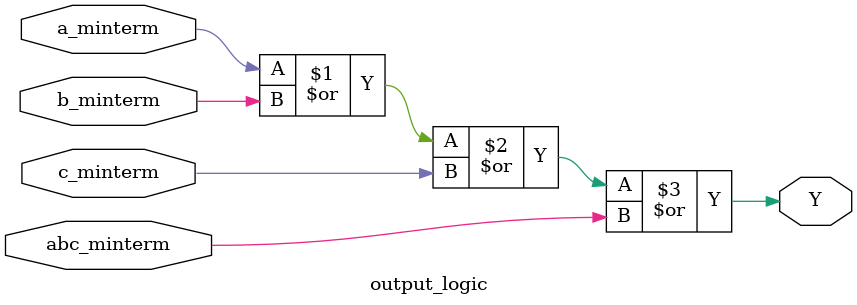
<source format=sv>
module xor3_1 (
    input wire A, B, C,
    output wire Y
);
    // 声明中间信号
    wire a_minterm, b_minterm, c_minterm, abc_minterm;
    
    // 实例化子模块
    minterm_generator minterm_inst (
        .A(A), .B(B), .C(C),
        .a_minterm(a_minterm),
        .b_minterm(b_minterm),
        .c_minterm(c_minterm),
        .abc_minterm(abc_minterm)
    );
    
    output_logic output_inst (
        .a_minterm(a_minterm),
        .b_minterm(b_minterm),
        .c_minterm(c_minterm),
        .abc_minterm(abc_minterm),
        .Y(Y)
    );
endmodule

// 子模块：优化后的最小项生成器
module minterm_generator (
    input wire A, B, C,
    output wire a_minterm, b_minterm, c_minterm, abc_minterm
);
    // 各变量取反信号生成
    wire not_A, not_B, not_C;
    not_gates not_generator (
        .A(A), .B(B), .C(C),
        .not_A(not_A), .not_B(not_B), .not_C(not_C)
    );
    
    // 最小项生成
    and_terms and_generator (
        .A(A), .B(B), .C(C),
        .not_A(not_A), .not_B(not_B), .not_C(not_C),
        .a_minterm(a_minterm),
        .b_minterm(b_minterm),
        .c_minterm(c_minterm),
        .abc_minterm(abc_minterm)
    );
endmodule

// 子模块：生成取反信号
module not_gates (
    input wire A, B, C,
    output wire not_A, not_B, not_C
);
    assign not_A = ~A;
    assign not_B = ~B;
    assign not_C = ~C;
endmodule

// 子模块：生成AND项
module and_terms (
    input wire A, B, C, not_A, not_B, not_C,
    output wire a_minterm, b_minterm, c_minterm, abc_minterm
);
    assign a_minterm = A & not_B & not_C;    // A·B'·C'
    assign b_minterm = not_A & B & not_C;    // A'·B·C'
    assign c_minterm = not_A & not_B & C;    // A'·B'·C
    assign abc_minterm = A & B & C;          // A·B·C
endmodule

// 子模块：输出逻辑，合并最小项
module output_logic (
    input wire a_minterm, b_minterm, c_minterm, abc_minterm,
    output wire Y
);
    // 使用参数化设计，便于后续修改或复用
    parameter OR_STAGE = 1;
    
    generate
        if (OR_STAGE == 1) begin: single_stage
            // 单级OR结构
            assign Y = a_minterm | b_minterm | c_minterm | abc_minterm;
        end
        else begin: two_stage
            // 两级OR结构，可能在某些工艺下有更好的PPA
            wire or_stage1_a, or_stage1_b;
            assign or_stage1_a = a_minterm | b_minterm;
            assign or_stage1_b = c_minterm | abc_minterm;
            assign Y = or_stage1_a | or_stage1_b;
        end
    endgenerate
endmodule
</source>
